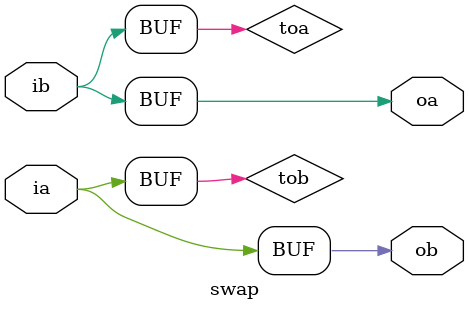
<source format=v>
`timescale 1ns / 1ps
module arpasmxm4(
    input left,
    input right,
    output first
    );
	 wire srlout;
	 wire either;
	 wire toout;
	 wire b1mux0;
	 wire b1mux1;
	 wire swap0;
	 wire swap1;
	 wire tordff;
	 srl arpassrl (left,right,srlout);
	 bit1mux arpasbit1mux (srlout,b1mux0,b1mux1);
	 swap arpasswap (b1mux0,b1mux1,swap0,swap1);
	 k arpask (swap0,swap1,tordff);
	 assign either = left|right;
	 rdff arpasrdff (tordff,either,toout);
	 assign first = toout;

endmodule

module srl(
    input s, 
    input r, 
    output q
    );
    wire qt;
    wire qnt;
	 wire inrace;
	 wire atqnt;
	 assign inrace = qt&qnt;
	 assign atqnt = r|inrace;
    assign qnt = ~(atqnt&qt);
    assign qt = ~(s&qnt);
    assign q = qt;
	 
endmodule

module rdff(
    input d, 
    input c, 
    output q
    );
	 wire ca;
	 wire tdb;
	 wire cb;
	 wire trdffq;
	 wire invclk;
	 assign invclk = ~c;
	 assign ca = invclk;
	 assign cb = ~invclk;
	 dff rdffdff1 (d,ca,tdb);
	 dff rdffdff2 (tdb,cb,trdffq);
	 assign q = trdffq;
	 
endmodule

module dff(
	 input d,
	 input c,
	 output q
	 );
	 wire srl1;
	 wire srl2;
	 wire tq;
	 assign srl1 = (d&c);
	 assign srl2 = ((~d)&c);
	 srl dffsrl (srl1,srl2,tq);
	 assign q = tq;
	 
endmodule

module bit1mux (
	 input bit1,
	 output a,
	 output b
	 );
	 wire isa;
	 wire isb;
	 assign isa = (~bit1);
	 assign isb = (bit1);
	 assign a = isa;
	 assign b = isb;

endmodule

module k (
	 input x,
	 input y,
	 output q
	 );
	 wire toq;
	 assign toq = x;
	 assign q = toq;
	 
endmodule

module swap (
	 input ia,
	 input ib,
	 output oa,
	 output ob
	 );
	 wire toa;
	 wire tob;
	 assign toa = ib;
	 assign tob = ia;
	 assign oa = toa;
	 assign ob = tob;

endmodule

</source>
